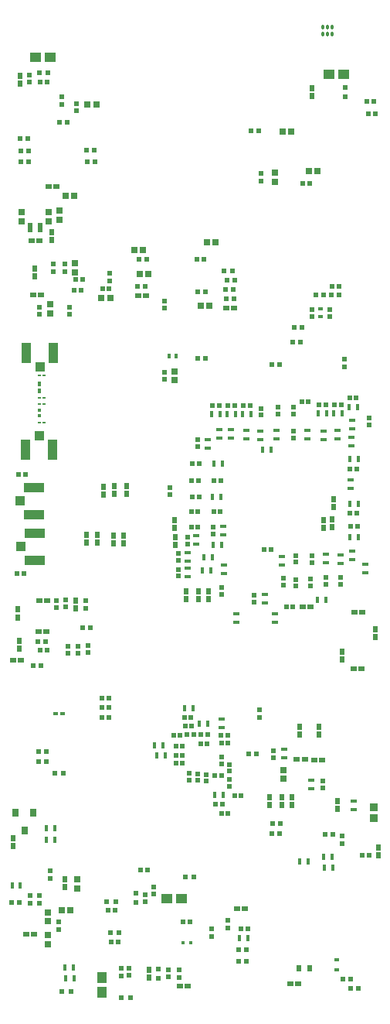
<source format=gbp>
G04*
G04 #@! TF.GenerationSoftware,Altium Limited,Altium Designer,25.1.2 (22)*
G04*
G04 Layer_Color=128*
%FSLAX44Y44*%
%MOMM*%
G71*
G04*
G04 #@! TF.SameCoordinates,95D3A89C-EAAA-4EA1-B578-E8640D1D2C9C*
G04*
G04*
G04 #@! TF.FilePolarity,Positive*
G04*
G01*
G75*
%ADD19R,0.5000X0.5500*%
%ADD20R,0.5121X0.5811*%
%ADD21R,0.4000X0.5000*%
%ADD22R,2.2000X1.0500*%
%ADD23R,1.0500X1.0000*%
%ADD25R,0.7154X0.6725*%
%ADD27R,0.4500X0.4500*%
%ADD28R,0.8000X0.9000*%
%ADD29R,0.6500X0.6000*%
%ADD33R,0.5200X0.5200*%
%ADD34R,0.5500X0.6000*%
%ADD35R,0.5200X0.5200*%
%ADD37R,0.6000X0.5500*%
%ADD40R,1.2084X1.0121*%
%ADD41R,0.6000X0.6500*%
%ADD44R,0.5811X0.5121*%
%ADD45R,0.5000X0.5000*%
%ADD46R,0.7200X0.7200*%
%ADD47R,0.5000X0.4500*%
%ADD48R,1.0121X1.2084*%
%ADD53R,0.5000X0.4000*%
%ADD54R,0.6725X0.7154*%
%ADD65R,0.4725X0.5153*%
%ADD69R,0.3541X0.2627*%
%ADD85R,0.6500X0.6500*%
%ADD87R,0.4725X0.6725*%
%ADD93R,0.4500X0.6750*%
%ADD94R,0.6750X0.4500*%
%ADD101R,0.5000X0.5000*%
%ADD103R,0.7000X0.6500*%
%ADD128R,0.5500X0.5000*%
%ADD143R,0.4627X0.5541*%
G04:AMPARAMS|DCode=231|XSize=0.3mm|YSize=0.52mm|CornerRadius=0.0495mm|HoleSize=0mm|Usage=FLASHONLY|Rotation=180.000|XOffset=0mm|YOffset=0mm|HoleType=Round|Shape=RoundedRectangle|*
%AMROUNDEDRECTD231*
21,1,0.3000,0.4210,0,0,180.0*
21,1,0.2010,0.5200,0,0,180.0*
1,1,0.0990,-0.1005,0.2105*
1,1,0.0990,0.1005,0.2105*
1,1,0.0990,0.1005,-0.2105*
1,1,0.0990,-0.1005,-0.2105*
%
%ADD231ROUNDEDRECTD231*%
G04:AMPARAMS|DCode=232|XSize=0.3mm|YSize=0.49mm|CornerRadius=0.0495mm|HoleSize=0mm|Usage=FLASHONLY|Rotation=180.000|XOffset=0mm|YOffset=0mm|HoleType=Round|Shape=RoundedRectangle|*
%AMROUNDEDRECTD232*
21,1,0.3000,0.3910,0,0,180.0*
21,1,0.2010,0.4900,0,0,180.0*
1,1,0.0990,-0.1005,0.1955*
1,1,0.0990,0.1005,0.1955*
1,1,0.0990,0.1005,-0.1955*
1,1,0.0990,-0.1005,-0.1955*
%
%ADD232ROUNDEDRECTD232*%
%ADD233R,0.4000X0.3500*%
%ADD234R,0.5000X1.0000*%
%ADD235R,0.6500X0.7000*%
%ADD236R,0.5600X0.5200*%
%ADD237R,1.0500X2.2000*%
%ADD238R,1.0000X1.0500*%
%ADD239R,0.5725X0.6393*%
%ADD240R,0.6500X0.6500*%
%ADD241R,0.5725X0.3725*%
%ADD242R,0.9062X0.9051*%
%ADD243R,0.7500X0.7000*%
D19*
X83000Y543850D02*
D03*
X183589Y717560D02*
D03*
Y710060D02*
D03*
X402000Y786250D02*
D03*
Y793750D02*
D03*
X83000Y536350D02*
D03*
D20*
X213574Y404507D02*
D03*
Y397197D02*
D03*
X249000Y407345D02*
D03*
Y414655D02*
D03*
X318589Y798287D02*
D03*
X318815Y772154D02*
D03*
X301589Y797993D02*
D03*
X283589Y796905D02*
D03*
X339213Y642992D02*
D03*
X321589Y643215D02*
D03*
X370590Y618965D02*
D03*
X354589D02*
D03*
X337589Y617283D02*
D03*
X321714Y617013D02*
D03*
X307589Y618465D02*
D03*
X275821Y599715D02*
D03*
X240589Y608215D02*
D03*
X230966Y666904D02*
D03*
X213827Y769715D02*
D03*
X203097Y655905D02*
D03*
X192652Y638389D02*
D03*
X192589Y628215D02*
D03*
X248764Y398210D02*
D03*
X204433Y405040D02*
D03*
X240000Y422655D02*
D03*
X223071Y403582D02*
D03*
X204433Y397730D02*
D03*
X192589Y620904D02*
D03*
X203097Y663215D02*
D03*
X248764Y390900D02*
D03*
X223071Y396272D02*
D03*
X354589Y611654D02*
D03*
X240589Y600904D02*
D03*
X301589Y805304D02*
D03*
X307589Y611154D02*
D03*
X321714Y609702D02*
D03*
X337589Y609972D02*
D03*
X370590Y611654D02*
D03*
X339213Y635681D02*
D03*
X321589Y635905D02*
D03*
X275821Y592405D02*
D03*
X318589Y805598D02*
D03*
X230966Y674215D02*
D03*
X213827Y762404D02*
D03*
X283589Y804215D02*
D03*
X318815Y779465D02*
D03*
X192652Y645700D02*
D03*
X240000Y415345D02*
D03*
D21*
X190429Y861210D02*
D03*
X182429D02*
D03*
D22*
X35000Y667750D02*
D03*
Y638250D02*
D03*
X34400Y717750D02*
D03*
Y688250D02*
D03*
D23*
X19750Y653000D02*
D03*
X19150Y703000D02*
D03*
D25*
X69214Y1037000D02*
D03*
X78786D02*
D03*
X93214Y1137000D02*
D03*
X102786D02*
D03*
X223965Y986096D02*
D03*
X217214Y916693D02*
D03*
X153902Y977298D02*
D03*
X233536Y986096D02*
D03*
X144330Y977298D02*
D03*
X226785Y916693D02*
D03*
D27*
X206000Y220000D02*
D03*
X198000D02*
D03*
D28*
X24000Y342123D02*
D03*
X33500Y362123D02*
D03*
X14500D02*
D03*
D29*
X39350Y559737D02*
D03*
X47850D02*
D03*
X315750Y175250D02*
D03*
X324250D02*
D03*
X59271Y1046500D02*
D03*
X50771D02*
D03*
X33750Y928000D02*
D03*
X42250D02*
D03*
X385750Y581000D02*
D03*
X394250D02*
D03*
X393250Y519625D02*
D03*
X384750D02*
D03*
X34351Y229250D02*
D03*
X25850D02*
D03*
X265250Y257000D02*
D03*
X157250Y927174D02*
D03*
X350664Y419625D02*
D03*
X194750Y172000D02*
D03*
X11750Y529000D02*
D03*
X245000Y914096D02*
D03*
X203250Y172000D02*
D03*
X337839Y587560D02*
D03*
X48840Y594000D02*
D03*
X329339Y587560D02*
D03*
X256750Y257000D02*
D03*
X40340Y594000D02*
D03*
X342164Y419625D02*
D03*
X40250Y988000D02*
D03*
X31750D02*
D03*
X322736Y420000D02*
D03*
X331236D02*
D03*
X148750Y927174D02*
D03*
X253500Y914096D02*
D03*
X20250Y529000D02*
D03*
D33*
X261000Y235000D02*
D03*
X269000D02*
D03*
X34000Y523000D02*
D03*
X42000D02*
D03*
X88000Y564342D02*
D03*
X96000D02*
D03*
X49000Y540100D02*
D03*
X41000D02*
D03*
X78088Y933100D02*
D03*
X86088D02*
D03*
X88011Y945100D02*
D03*
X80011D02*
D03*
X320050Y892495D02*
D03*
X328050D02*
D03*
X328788Y1050250D02*
D03*
X336788D02*
D03*
X318256Y876770D02*
D03*
X326256D02*
D03*
X272787Y1108000D02*
D03*
X280788D02*
D03*
X368752Y928589D02*
D03*
X360752D02*
D03*
X343751Y928589D02*
D03*
X351751D02*
D03*
X399000Y1140000D02*
D03*
X407000D02*
D03*
X10000Y264000D02*
D03*
X18000D02*
D03*
X49000Y1161000D02*
D03*
X401000Y1126500D02*
D03*
X47843Y418000D02*
D03*
Y429061D02*
D03*
X222250Y859097D02*
D03*
X214000Y931693D02*
D03*
X213000Y967193D02*
D03*
X47000Y549500D02*
D03*
X157750Y967193D02*
D03*
X156250Y938096D02*
D03*
X126855Y220519D02*
D03*
X151327Y299000D02*
D03*
X402000Y315000D02*
D03*
X123314Y255000D02*
D03*
X197860Y243000D02*
D03*
X115314Y255000D02*
D03*
X118855Y220519D02*
D03*
X39843Y418000D02*
D03*
X214250Y859097D02*
D03*
X408999Y1126500D02*
D03*
X394000Y315000D02*
D03*
X39843Y429061D02*
D03*
X41000Y1161000D02*
D03*
X159327Y299000D02*
D03*
X205860Y243000D02*
D03*
X39000Y549500D02*
D03*
X148250Y938096D02*
D03*
X222000Y931693D02*
D03*
X221000Y967193D02*
D03*
X149750D02*
D03*
D34*
X282000Y466087D02*
D03*
Y474586D02*
D03*
X372000Y327735D02*
D03*
Y336235D02*
D03*
X40327Y263000D02*
D03*
Y271500D02*
D03*
X30327Y263000D02*
D03*
Y271500D02*
D03*
X61577Y242500D02*
D03*
Y234000D02*
D03*
X52000Y289750D02*
D03*
Y298250D02*
D03*
X65000Y1145250D02*
D03*
Y1136750D02*
D03*
X117500Y943846D02*
D03*
Y952346D02*
D03*
D35*
X246806Y244067D02*
D03*
Y236067D02*
D03*
X94000Y545000D02*
D03*
Y537000D02*
D03*
X58990Y586000D02*
D03*
Y594000D02*
D03*
X68990Y586762D02*
D03*
Y594762D02*
D03*
X40294Y906868D02*
D03*
Y914868D02*
D03*
X68042Y954000D02*
D03*
Y962000D02*
D03*
X56000D02*
D03*
Y954000D02*
D03*
X283788Y1053000D02*
D03*
Y1061000D02*
D03*
X374752Y857770D02*
D03*
Y849770D02*
D03*
X165965Y272764D02*
D03*
Y280763D02*
D03*
X81000Y1129638D02*
D03*
X72010Y544000D02*
D03*
X29000Y1161000D02*
D03*
X177442Y921693D02*
D03*
X177650Y836096D02*
D03*
X194000Y189821D02*
D03*
X156342Y264398D02*
D03*
X182000Y190270D02*
D03*
X229093Y226599D02*
D03*
X130000Y191488D02*
D03*
X139000Y192000D02*
D03*
X91410Y585900D02*
D03*
X351286Y389000D02*
D03*
X297000Y430000D02*
D03*
X194000Y181821D02*
D03*
X156342Y272398D02*
D03*
X351286Y397000D02*
D03*
X182000Y182270D02*
D03*
X81000Y1137638D02*
D03*
X29000Y1169000D02*
D03*
X139000Y184000D02*
D03*
X130000Y183488D02*
D03*
X229093Y234599D02*
D03*
X91410Y593900D02*
D03*
X72010Y536000D02*
D03*
X297000Y422000D02*
D03*
X177650Y844096D02*
D03*
X177442Y913693D02*
D03*
D37*
X304000Y339000D02*
D03*
X295500D02*
D03*
X269750Y426000D02*
D03*
X278250D02*
D03*
X258750Y199691D02*
D03*
X267250D02*
D03*
X28200Y1073650D02*
D03*
X19699D02*
D03*
X28200Y1086000D02*
D03*
X19700D02*
D03*
X27644Y1099050D02*
D03*
X19144D02*
D03*
X92750Y1073650D02*
D03*
X101250D02*
D03*
X91800Y1087000D02*
D03*
X100300D02*
D03*
X304001Y851770D02*
D03*
X295502D02*
D03*
X71250Y1117000D02*
D03*
X353650Y338500D02*
D03*
X362150D02*
D03*
X258750Y212000D02*
D03*
X267250D02*
D03*
X304250Y350000D02*
D03*
X295750D02*
D03*
X381750Y169500D02*
D03*
X390250D02*
D03*
X381250Y180000D02*
D03*
X372750D02*
D03*
X243135Y954264D02*
D03*
X251635D02*
D03*
X254384Y944307D02*
D03*
X245884D02*
D03*
X244634Y933922D02*
D03*
X253134D02*
D03*
X253500Y924097D02*
D03*
X245000D02*
D03*
X62750Y1117000D02*
D03*
D40*
X374042Y1169500D02*
D03*
X358005D02*
D03*
X196019Y268160D02*
D03*
X179981D02*
D03*
X52019Y1188000D02*
D03*
X35981D02*
D03*
D41*
X80000Y585112D02*
D03*
Y593612D02*
D03*
X19000Y1168250D02*
D03*
Y1159750D02*
D03*
X54000Y988750D02*
D03*
Y997250D02*
D03*
X18000Y541750D02*
D03*
Y550250D02*
D03*
X34991Y948850D02*
D03*
Y957350D02*
D03*
X372500Y529529D02*
D03*
Y538029D02*
D03*
X408500Y563029D02*
D03*
Y554529D02*
D03*
X68345Y280414D02*
D03*
Y288914D02*
D03*
X17000Y584250D02*
D03*
X92000Y666250D02*
D03*
X351589Y673433D02*
D03*
X111000Y709750D02*
D03*
X132400Y665045D02*
D03*
X412000Y315250D02*
D03*
X188589Y681809D02*
D03*
X189081Y654560D02*
D03*
X225589Y595521D02*
D03*
X214589D02*
D03*
X201589Y595310D02*
D03*
X362589Y696310D02*
D03*
X160293Y190250D02*
D03*
X325656Y447750D02*
D03*
X347000Y447169D02*
D03*
X122700Y710750D02*
D03*
X136000D02*
D03*
X104000Y666250D02*
D03*
X122000Y665250D02*
D03*
X361589Y674433D02*
D03*
X317000Y370750D02*
D03*
X306000D02*
D03*
X293000Y370750D02*
D03*
X339000Y1154250D02*
D03*
X160293Y181750D02*
D03*
X362589Y704810D02*
D03*
X351589Y681933D02*
D03*
X92000Y657750D02*
D03*
X361589Y682933D02*
D03*
X188589Y673310D02*
D03*
X189081Y663060D02*
D03*
X225589Y604021D02*
D03*
X201589Y603810D02*
D03*
X214589Y604021D02*
D03*
X412000Y323750D02*
D03*
X104000Y657750D02*
D03*
X122700Y719250D02*
D03*
X111000Y718250D02*
D03*
X132400Y656545D02*
D03*
X136000Y719250D02*
D03*
X122000Y656750D02*
D03*
X317000Y379250D02*
D03*
X306000D02*
D03*
X293000Y379250D02*
D03*
X339000Y1145750D02*
D03*
X347000Y455668D02*
D03*
X325656Y456250D02*
D03*
X17000Y575750D02*
D03*
X12000Y325750D02*
D03*
Y334250D02*
D03*
D44*
X380467Y815611D02*
D03*
X371245Y808560D02*
D03*
X388245Y737942D02*
D03*
X346934Y808560D02*
D03*
X335244Y811560D02*
D03*
X263934Y807560D02*
D03*
X254245D02*
D03*
X388245Y689833D02*
D03*
X381934Y675600D02*
D03*
X318245Y587560D02*
D03*
X239245Y725559D02*
D03*
X238747Y691553D02*
D03*
X229934Y807560D02*
D03*
X215245Y743560D02*
D03*
X214751Y725559D02*
D03*
X215245Y707560D02*
D03*
X214263Y691560D02*
D03*
X214245Y674560D02*
D03*
X261655Y381000D02*
D03*
X202102Y447467D02*
D03*
X194866Y446941D02*
D03*
X247311Y438000D02*
D03*
X240000Y403000D02*
D03*
X217716Y447291D02*
D03*
X216989Y436944D02*
D03*
X197172Y425006D02*
D03*
X247335Y361000D02*
D03*
X197368Y415774D02*
D03*
X197185Y435188D02*
D03*
X246655Y447000D02*
D03*
X199390Y466000D02*
D03*
X200140Y456907D02*
D03*
X240775Y371265D02*
D03*
X187555Y446941D02*
D03*
X232689Y403000D02*
D03*
X254345Y381000D02*
D03*
X206934Y674560D02*
D03*
X207441Y725559D02*
D03*
X206952Y691560D02*
D03*
X207934Y707560D02*
D03*
X237245Y807560D02*
D03*
X271245D02*
D03*
X363934Y808560D02*
D03*
X354245D02*
D03*
X389245Y675600D02*
D03*
X380934Y689833D02*
D03*
Y737942D02*
D03*
X240000Y438000D02*
D03*
X239345Y447000D02*
D03*
X310934Y587560D02*
D03*
X231437Y691553D02*
D03*
X387778Y815611D02*
D03*
X327934Y811560D02*
D03*
X207934Y743560D02*
D03*
X246934Y807560D02*
D03*
X231934Y725559D02*
D03*
X225026Y447291D02*
D03*
X189874Y435188D02*
D03*
X240025Y361000D02*
D03*
X233464Y371265D02*
D03*
X207451Y456907D02*
D03*
X206701Y466000D02*
D03*
X224300Y436944D02*
D03*
X209412Y447467D02*
D03*
X189861Y425006D02*
D03*
X190058Y415774D02*
D03*
D45*
X200000Y292000D02*
D03*
X210000D02*
D03*
X130000Y160000D02*
D03*
X57000Y405000D02*
D03*
X50000Y1171000D02*
D03*
X128000Y231000D02*
D03*
X140000Y160000D02*
D03*
X124178Y265000D02*
D03*
X65000Y166000D02*
D03*
X40000Y1171000D02*
D03*
X67000Y405000D02*
D03*
X114178Y265000D02*
D03*
X118000Y231000D02*
D03*
X75000Y166000D02*
D03*
D46*
X21000Y1019100D02*
D03*
X50884Y1019177D02*
D03*
X21000Y1008900D02*
D03*
X50884Y1008978D02*
D03*
D47*
X58250Y470000D02*
D03*
X65750D02*
D03*
D48*
X109061Y165481D02*
D03*
Y181519D02*
D03*
D53*
X348752Y912770D02*
D03*
Y904770D02*
D03*
D54*
X62000Y1010792D02*
D03*
Y1020363D02*
D03*
X51847Y917881D02*
D03*
Y908310D02*
D03*
X79000Y962786D02*
D03*
Y953214D02*
D03*
X188250Y835311D02*
D03*
X308000Y399215D02*
D03*
Y408786D02*
D03*
X188250Y844882D02*
D03*
D65*
X73000Y907425D02*
D03*
Y914996D02*
D03*
X358506Y912556D02*
D03*
Y904985D02*
D03*
X339007D02*
D03*
Y912556D02*
D03*
D69*
X45543Y816000D02*
D03*
X40457D02*
D03*
X45826Y840021D02*
D03*
X45606Y788750D02*
D03*
X45543Y809000D02*
D03*
X40519Y788750D02*
D03*
X40457Y809000D02*
D03*
X40739Y840021D02*
D03*
D85*
X81767Y289414D02*
D03*
Y279414D02*
D03*
X49577Y228250D02*
D03*
Y218250D02*
D03*
D87*
X325000Y192000D02*
D03*
X337000D02*
D03*
D93*
X259375Y224653D02*
D03*
X268625D02*
D03*
X78453Y180875D02*
D03*
X69204D02*
D03*
X19625Y282000D02*
D03*
X10375D02*
D03*
X57375Y332000D02*
D03*
X48125D02*
D03*
X77500Y192375D02*
D03*
X68250D02*
D03*
X379579Y805611D02*
D03*
X372214Y798985D02*
D03*
X389964Y748560D02*
D03*
X345964Y798985D02*
D03*
X263429Y797935D02*
D03*
X293979Y758867D02*
D03*
X255214Y797935D02*
D03*
X240964Y743560D02*
D03*
X390214Y699983D02*
D03*
X380964Y663560D02*
D03*
X345214Y595196D02*
D03*
X239464Y707426D02*
D03*
X239811Y655215D02*
D03*
X325400Y308625D02*
D03*
X362088Y302000D02*
D03*
X361625Y314000D02*
D03*
X229162Y797810D02*
D03*
X229965Y641560D02*
D03*
X228214Y626560D02*
D03*
X48125Y345000D02*
D03*
X169375Y425000D02*
D03*
X166791Y435518D02*
D03*
X199375Y476000D02*
D03*
X215622Y459612D02*
D03*
X241955Y381717D02*
D03*
X352375Y314000D02*
D03*
X238412Y797810D02*
D03*
X272679Y797935D02*
D03*
X362965Y798985D02*
D03*
X355214D02*
D03*
X390214Y663560D02*
D03*
X380964Y699983D02*
D03*
X380714Y748560D02*
D03*
X352838Y302000D02*
D03*
X334650Y308625D02*
D03*
X230561Y655215D02*
D03*
X388829Y805611D02*
D03*
X284729Y758867D02*
D03*
X245965Y797935D02*
D03*
X230214Y707426D02*
D03*
X231714Y743560D02*
D03*
X354464Y595196D02*
D03*
X220714Y641560D02*
D03*
X218964Y626560D02*
D03*
X176041Y435518D02*
D03*
X208625Y476000D02*
D03*
X224872Y459612D02*
D03*
X178625Y425000D02*
D03*
X232705Y381717D02*
D03*
X57375Y345000D02*
D03*
D94*
X385000Y365271D02*
D03*
Y374521D02*
D03*
X397333Y624375D02*
D03*
Y633625D02*
D03*
X383420Y782185D02*
D03*
X382043Y772469D02*
D03*
X367589Y770935D02*
D03*
X351589Y770435D02*
D03*
X334344Y770753D02*
D03*
X300589Y770935D02*
D03*
X282531Y770435D02*
D03*
X267589Y771184D02*
D03*
X250589Y771935D02*
D03*
X237590D02*
D03*
X381589Y725810D02*
D03*
X370943Y644192D02*
D03*
X383589Y638816D02*
D03*
X354720Y644847D02*
D03*
X306243Y642188D02*
D03*
X287319Y600752D02*
D03*
X298589Y579185D02*
D03*
X241590Y665935D02*
D03*
X256419Y579560D02*
D03*
X242690Y633185D02*
D03*
X224827Y769935D02*
D03*
X212589Y655462D02*
D03*
X203214Y637420D02*
D03*
Y629235D02*
D03*
X338000Y388411D02*
D03*
X308807Y431000D02*
D03*
X240000Y464625D02*
D03*
X256419Y570310D02*
D03*
X203214Y619985D02*
D03*
X212589Y664712D02*
D03*
X338000Y397660D02*
D03*
X240000Y455375D02*
D03*
X298589Y569935D02*
D03*
X351589Y779685D02*
D03*
X354720Y635597D02*
D03*
X242690Y623935D02*
D03*
X367589Y780185D02*
D03*
X267589Y780435D02*
D03*
X250589Y781184D02*
D03*
X382043Y763219D02*
D03*
X381589Y716560D02*
D03*
X383420Y791435D02*
D03*
X203214Y646670D02*
D03*
X370943Y634941D02*
D03*
X383589Y648067D02*
D03*
X306243Y632937D02*
D03*
X287319Y591502D02*
D03*
X241590Y675185D02*
D03*
X224827Y760685D02*
D03*
X300589Y780185D02*
D03*
X282531Y779685D02*
D03*
X237590Y781185D02*
D03*
X334344Y780003D02*
D03*
X308807Y421750D02*
D03*
D101*
X376000Y1155000D02*
D03*
Y1145000D02*
D03*
X171000Y191000D02*
D03*
X146017Y263532D02*
D03*
X171000Y181000D02*
D03*
X146017Y273532D02*
D03*
D103*
X307288Y1106765D02*
D03*
X316788D02*
D03*
X345538Y1064000D02*
D03*
X336038D02*
D03*
X159561Y951132D02*
D03*
X150061D02*
D03*
D128*
X16250Y624000D02*
D03*
X23750D02*
D03*
X17250Y732000D02*
D03*
X24750D02*
D03*
X116750Y487000D02*
D03*
X109250D02*
D03*
X109500Y935096D02*
D03*
X109250Y477000D02*
D03*
Y466000D02*
D03*
X294517Y649487D02*
D03*
X287016D02*
D03*
X116750Y477000D02*
D03*
Y466000D02*
D03*
X117000Y935096D02*
D03*
D143*
X40578Y830609D02*
D03*
Y823523D02*
D03*
D231*
X361172Y1213900D02*
D03*
D232*
X351172Y1213750D02*
D03*
X356172D02*
D03*
Y1221450D02*
D03*
X361172D02*
D03*
X351172D02*
D03*
D233*
X40249Y802433D02*
D03*
Y795933D02*
D03*
D234*
X41500Y1002000D02*
D03*
X30500D02*
D03*
D235*
X298288Y1052250D02*
D03*
Y1061750D02*
D03*
X49577Y253000D02*
D03*
Y243500D02*
D03*
D236*
X368651Y938000D02*
D03*
X360851D02*
D03*
D237*
X55750Y865000D02*
D03*
X26250D02*
D03*
X25511Y759022D02*
D03*
X55011D02*
D03*
D238*
X41000Y849750D02*
D03*
X40261Y774271D02*
D03*
D239*
X367000Y366625D02*
D03*
Y374957D02*
D03*
D240*
X74578Y255250D02*
D03*
X64578D02*
D03*
D241*
X366000Y201000D02*
D03*
Y190000D02*
D03*
D242*
X407000Y368006D02*
D03*
Y355994D02*
D03*
D243*
X108500Y925096D02*
D03*
X118000D02*
D03*
M02*

</source>
